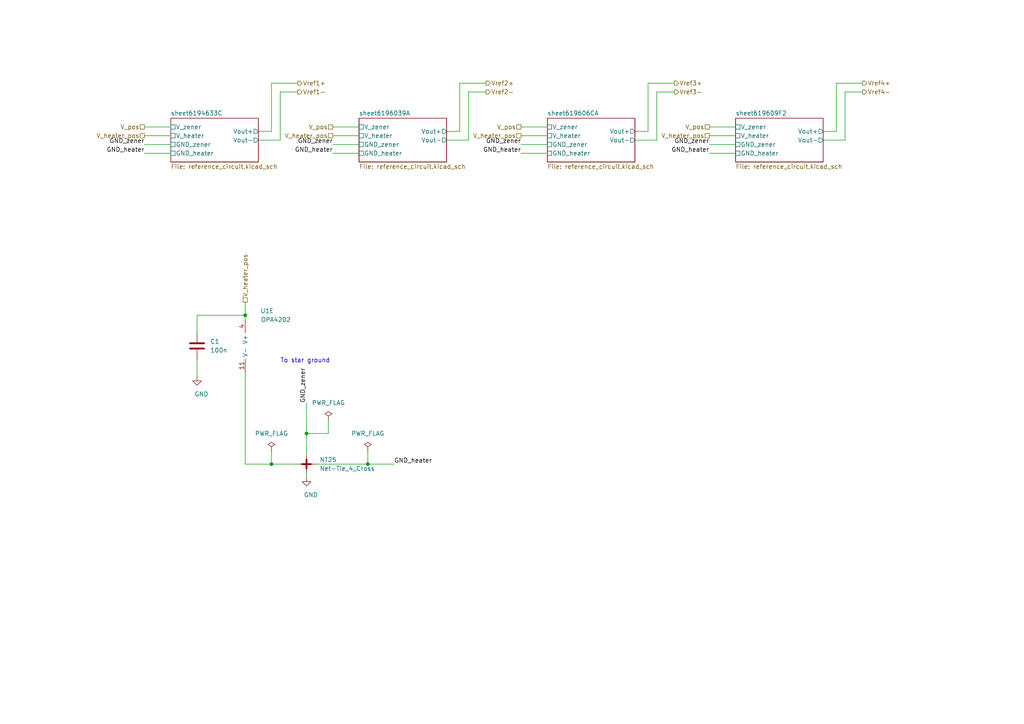
<source format=kicad_sch>
(kicad_sch (version 20231120) (generator "eeschema") (generator_version "8.0")
  (paper "A4")
  (title_block (title "LM399/ADR1399 Burnin Board") (date "2024-11-21") (rev "1.0.1") (company "TU Darmstadt, IAP, APQ") (comment 1 "Copyright (©) 2021, Patrick Baus <patrick.baus@physik.tu-darmstadt.de>") (comment 2 "Licensed under CERN OHL-W v2.0"))
  (lib_symbols
    (symbol "Amplifier_Operational:OPA4197xD"
      (property "Reference" "U" (at 0 3.81 0))
      (property "Value" "OPA4197xD" (at 0 -3.81 0))
      (symbol "OPA4197xD_1_1"
        (polyline (pts (xy -5.08 5.08) (xy 5.08 0) (xy -5.08 -5.08) (xy -5.08 5.08)) (stroke (width 0.254)) (fill (type background)))
        (pin output line (at 7.62 0 180) (length 2.54) (name "~") (number "1"))
        (pin input line (at -7.62 -2.54 0) (length 2.54) (name "-") (number "2"))
        (pin input line (at -7.62 2.54 0) (length 2.54) (name "+") (number "3"))
      )
      (symbol "OPA4197xD_2_1"
        (polyline (pts (xy -5.08 5.08) (xy 5.08 0) (xy -5.08 -5.08) (xy -5.08 5.08)) (stroke (width 0.254)) (fill (type background)))
        (pin input line (at -7.62 2.54 0) (length 2.54) (name "+") (number "5"))
        (pin input line (at -7.62 -2.54 0) (length 2.54) (name "-") (number "6"))
        (pin output line (at 7.62 0 180) (length 2.54) (name "~") (number "7"))
      )
      (symbol "OPA4197xD_3_1"
        (polyline (pts (xy -5.08 5.08) (xy 5.08 0) (xy -5.08 -5.08) (xy -5.08 5.08)) (stroke (width 0.254)) (fill (type background)))
        (pin input line (at -7.62 2.54 0) (length 2.54) (name "+") (number "10"))
        (pin output line (at 7.62 0 180) (length 2.54) (name "~") (number "8"))
        (pin input line (at -7.62 -2.54 0) (length 2.54) (name "-") (number "9"))
      )
      (symbol "OPA4197xD_4_1"
        (polyline (pts (xy -5.08 5.08) (xy 5.08 0) (xy -5.08 -5.08) (xy -5.08 5.08)) (stroke (width 0.254)) (fill (type background)))
        (pin input line (at -7.62 2.54 0) (length 2.54) (name "+") (number "12"))
        (pin input line (at -7.62 -2.54 0) (length 2.54) (name "-") (number "13"))
        (pin output line (at 7.62 0 180) (length 2.54) (name "~") (number "14"))
      )
      (symbol "OPA4197xD_5_1"
        (pin power_in line (at -2.54 -7.62 90) (length 3.81) (name "V-") (number "11"))
        (pin power_in line (at -2.54 7.62 270) (length 3.81) (name "V+") (number "4"))
      )
    )
    (symbol "Device:C" (pin_numbers hide) (pin_names (offset 0.254))
      (property "Reference" "C" (at 0.635 2.54 0))
      (property "Value" "C" (at 0.635 -2.54 0))
      (symbol "C_0_1"
        (polyline (pts (xy -2.032 -0.762) (xy 2.032 -0.762)) (stroke (width 0.508)))
        (polyline (pts (xy -2.032 0.762) (xy 2.032 0.762)) (stroke (width 0.508)))
      )
      (symbol "C_1_1"
        (pin passive line (at 0 3.81 270) (length 2.794) (name "~") (number "1"))
        (pin passive line (at 0 -3.81 90) (length 2.794) (name "~") (number "2"))
      )
    )
    (symbol "Device:NetTie_4_Cross" (pin_numbers hide) (pin_names (offset 0) hide) (in_bom no)
      (property "Reference" "NT" (at 0.635 1.27 0))
      (property "Value" "NetTie_4_Cross" (at 0.635 -1.27 0))
      (symbol "NetTie_4_Cross_0_1"
        (polyline (pts (xy -1.27 0) (xy 1.27 0)) (stroke (width 0.508)))
        (polyline (pts (xy 0 -1.27) (xy 0 1.27)) (stroke (width 0.508)))
      )
      (symbol "NetTie_4_Cross_1_1"
        (pin passive line (at -2.54 0 0) (length 2.54) (name "1") (number "1"))
        (pin passive line (at 2.54 0 180) (length 2.54) (name "2") (number "2"))
        (pin passive line (at 0 2.54 270) (length 2.54) (name "3") (number "3"))
        (pin passive line (at 0 -2.54 90) (length 2.54) (name "4") (number "4"))
      )
    )
    (symbol "power:GND" (power) (pin_names (offset 0))
      (property "Value" "GND" (at 0 -3.81 0))
      (symbol "GND_0_1"
        (polyline (pts (xy 0 0) (xy 0 -1.27) (xy 1.27 -1.27) (xy 0 -2.54) (xy -1.27 -1.27) (xy 0 -1.27)))
      )
      (symbol "GND_1_1"
        (pin power_in line (at 0 0 270) (length 0) hide (name "GND") (number "1"))
      )
    )
    (symbol "power:PWR_FLAG" (power) (pin_numbers hide) (pin_names (offset 0) hide)
      (property "Value" "PWR_FLAG" (at 0 3.81 0))
      (symbol "PWR_FLAG_0_0"
        (pin power_out line (at 0 0 90) (length 0) (name "pwr") (number "1"))
      )
      (symbol "PWR_FLAG_0_1"
        (polyline (pts (xy 0 0) (xy 0 1.27) (xy -1.016 1.905) (xy 0 2.54) (xy 1.016 1.905) (xy 0 1.27)))
      )
    )
  )
  (junction (at 78.74 134.62))
  (junction (at 106.68 134.62))
  (junction (at 88.9 125.73))
  (junction (at 71.12 91.44))
  (wire (pts (xy 81.28 26.67) (xy 86.36 26.67)))
  (wire (pts (xy 57.15 96.52) (xy 57.15 91.44)))
  (wire (pts (xy 57.15 91.44) (xy 71.12 91.44)))
  (wire (pts (xy 71.12 107.95) (xy 71.12 134.62)))
  (wire (pts (xy 104.14 44.45) (xy 96.52 44.45)))
  (wire (pts (xy 184.15 38.1) (xy 187.96 38.1)))
  (wire (pts (xy 151.13 36.83) (xy 158.75 36.83)))
  (wire (pts (xy 49.53 39.37) (xy 41.91 39.37)))
  (wire (pts (xy 71.12 134.62) (xy 78.74 134.62)))
  (wire (pts (xy 213.36 41.91) (xy 205.74 41.91)))
  (wire (pts (xy 187.96 38.1) (xy 187.96 24.13)))
  (wire (pts (xy 49.53 44.45) (xy 41.91 44.45)))
  (wire (pts (xy 238.76 40.64) (xy 245.11 40.64)))
  (wire (pts (xy 245.11 26.67) (xy 250.19 26.67)))
  (wire (pts (xy 41.91 36.83) (xy 49.53 36.83)))
  (wire (pts (xy 95.25 125.73) (xy 88.9 125.73)))
  (wire (pts (xy 78.74 24.13) (xy 86.36 24.13)))
  (wire (pts (xy 88.9 132.08) (xy 88.9 125.73)))
  (wire (pts (xy 96.52 36.83) (xy 104.14 36.83)))
  (wire (pts (xy 190.5 40.64) (xy 190.5 26.67)))
  (wire (pts (xy 190.5 26.67) (xy 195.58 26.67)))
  (wire (pts (xy 129.54 38.1) (xy 133.35 38.1)))
  (wire (pts (xy 205.74 36.83) (xy 213.36 36.83)))
  (wire (pts (xy 184.15 40.64) (xy 190.5 40.64)))
  (wire (pts (xy 78.74 130.81) (xy 78.74 134.62)))
  (wire (pts (xy 158.75 41.91) (xy 151.13 41.91)))
  (wire (pts (xy 78.74 134.62) (xy 86.36 134.62)))
  (wire (pts (xy 242.57 24.13) (xy 250.19 24.13)))
  (wire (pts (xy 213.36 39.37) (xy 205.74 39.37)))
  (wire (pts (xy 74.93 40.64) (xy 81.28 40.64)))
  (wire (pts (xy 104.14 39.37) (xy 96.52 39.37)))
  (wire (pts (xy 135.89 40.64) (xy 135.89 26.67)))
  (wire (pts (xy 135.89 26.67) (xy 140.97 26.67)))
  (wire (pts (xy 104.14 41.91) (xy 96.52 41.91)))
  (wire (pts (xy 245.11 40.64) (xy 245.11 26.67)))
  (wire (pts (xy 81.28 40.64) (xy 81.28 26.67)))
  (wire (pts (xy 71.12 87.63) (xy 71.12 91.44)))
  (wire (pts (xy 158.75 44.45) (xy 151.13 44.45)))
  (wire (pts (xy 106.68 130.81) (xy 106.68 134.62)))
  (wire (pts (xy 213.36 44.45) (xy 205.74 44.45)))
  (wire (pts (xy 106.68 134.62) (xy 114.3 134.62)))
  (wire (pts (xy 187.96 24.13) (xy 195.58 24.13)))
  (wire (pts (xy 158.75 39.37) (xy 151.13 39.37)))
  (wire (pts (xy 88.9 137.16) (xy 88.9 138.43)))
  (wire (pts (xy 49.53 41.91) (xy 41.91 41.91)))
  (wire (pts (xy 88.9 125.73) (xy 88.9 116.84)))
  (wire (pts (xy 133.35 24.13) (xy 140.97 24.13)))
  (wire (pts (xy 133.35 38.1) (xy 133.35 24.13)))
  (wire (pts (xy 238.76 38.1) (xy 242.57 38.1)))
  (wire (pts (xy 57.15 104.14) (xy 57.15 109.22)))
  (wire (pts (xy 71.12 91.44) (xy 71.12 92.71)))
  (wire (pts (xy 78.74 38.1) (xy 78.74 24.13)))
  (wire (pts (xy 74.93 38.1) (xy 78.74 38.1)))
  (wire (pts (xy 129.54 40.64) (xy 135.89 40.64)))
  (wire (pts (xy 242.57 38.1) (xy 242.57 24.13)))
  (wire (pts (xy 95.25 121.92) (xy 95.25 125.73)))
  (wire (pts (xy 91.44 134.62) (xy 106.68 134.62)))
  (text "To star ground" (at 81.28 105.41 0) (effects (font (size 1.27 1.27)) (justify left bottom)))
  (label "GND_zener" (at 205.74 41.91 180))
  (label "GND_zener" (at 41.91 41.91 180))
  (label "GND_zener" (at 96.52 41.91 180))
  (label "GND_zener" (at 88.9 116.84 90))
  (label "GND_heater" (at 205.74 44.45 180))
  (label "GND_heater" (at 151.13 44.45 180))
  (label "GND_heater" (at 96.52 44.45 180))
  (label "GND_zener" (at 151.13 41.91 180))
  (label "GND_heater" (at 114.3 134.62 0))
  (label "GND_heater" (at 41.91 44.45 180))
  (hierarchical_label "Vref4-" (shape output) (at 250.19 26.67 0))
  (hierarchical_label "Vref3-" (shape output) (at 195.58 26.67 0))
  (hierarchical_label "V_heater_pos" (shape passive) (at 96.52 39.37 180))
  (hierarchical_label "V_pos" (shape passive) (at 205.74 36.83 180))
  (hierarchical_label "Vref1-" (shape output) (at 86.36 26.67 0))
  (hierarchical_label "Vref2-" (shape output) (at 140.97 26.67 0))
  (hierarchical_label "V_pos" (shape passive) (at 96.52 36.83 180))
  (hierarchical_label "Vref4+" (shape output) (at 250.19 24.13 0))
  (hierarchical_label "V_pos" (shape passive) (at 151.13 36.83 180))
  (hierarchical_label "V_heater_pos" (shape passive) (at 71.12 87.63 90))
  (hierarchical_label "Vref3+" (shape output) (at 195.58 24.13 0))
  (hierarchical_label "V_heater_pos" (shape passive) (at 151.13 39.37 180))
  (hierarchical_label "Vref2+" (shape output) (at 140.97 24.13 0))
  (hierarchical_label "V_heater_pos" (shape passive) (at 41.91 39.37 180))
  (hierarchical_label "Vref1+" (shape output) (at 86.36 24.13 0))
  (hierarchical_label "V_heater_pos" (shape passive) (at 205.74 39.37 180))
  (hierarchical_label "V_pos" (shape passive) (at 41.91 36.83 180))
  (symbol (lib_id "Amplifier_Operational:OPA4197xD") (at 73.66 100.33 0) (unit 5)
    (property "Reference" "U1" (at 77.47 90.17 0))
    (property "Value" "OPA4202" (at 80.01 92.71 0))
    (property "Footprint" "Package_SO:SOIC-14_3.9x8.7mm_P1.27mm" (effects (hide yes)))
    (property "Datasheet" "http://www.ti.com/lit/ds/symlink/opa4197.pdf" (effects (hide yes)))
    (property "MFN" "Texas Instruments" (effects (hide yes)))
    (property "PN" "OPA4202ID" (effects (hide yes)))
    (instances (project "lm399_burnin_board" (path "" (reference "U1") (unit 5)) (path "" (reference "U6") (unit 5)) (path "" (reference "U11") (unit 5)) (path "" (reference "U16") (unit 5)) (path "" (reference "U21") (unit 5))))
  )
  (symbol (lib_id "Device:C") (at 57.15 100.33 0) (unit 1)
    (property "Reference" "C1" (at 60.96 99.06 0) (effects (justify left)))
    (property "Value" "100n" (at 60.96 101.6 0) (effects (justify left)))
    (property "Footprint" "Capacitor_SMD:C_0603_1608Metric" (effects (hide yes)))
    (property "MFN" "Kemet" (effects (hide yes)))
    (property "PN" "C0603C104K5RACAUTO" (effects (hide yes)))
    (instances (project "main" (path "" (reference "C1") (unit 1)) (path "" (reference "C22") (unit 1)) (path "" (reference "C43") (unit 1)) (path "" (reference "C64") (unit 1)) (path "" (reference "C85") (unit 1))))
  )
  (symbol (lib_id "power:GND") (at 57.15 109.22 0) (unit 1)
    (property "Reference" "#PWR01" (effects (hide yes)))
    (property "Value" "GND" (at 58.42 114.3 0))
    (instances (project "main" (path "" (reference "#PWR01") (unit 1)) (path "" (reference "#PWR015") (unit 1)) (path "" (reference "#PWR029") (unit 1)) (path "" (reference "#PWR043") (unit 1)) (path "" (reference "#PWR057") (unit 1))))
  )
  (symbol (lib_id "Device:NetTie_4_Cross") (at 88.9 134.62 0) (unit 1) (in_bom no)
    (property "Reference" "NT25" (at 92.71 133.35 0) (effects (justify left)))
    (property "Value" "Net-Tie_4_Cross" (at 92.71 135.89 0) (effects (justify left)))
    (property "Footprint" "NetTie:NetTie-4_SMD_Pad0.5mm" (effects (hide yes)))
    (instances (project "main" (path "" (reference "NT25") (unit 1)) (path "" (reference "NT24") (unit 1)) (path "" (reference "NT21") (unit 1)) (path "" (reference "NT22") (unit 1)) (path "" (reference "NT23") (unit 1))))
  )
  (symbol (lib_id "power:GND") (at 88.9 138.43 0) (unit 1)
    (property "Reference" "#PWR0109" (effects (hide yes)))
    (property "Value" "GND" (at 90.17 143.51 0))
    (instances (project "main" (path "" (reference "#PWR0109") (unit 1)) (path "" (reference "#PWR0108") (unit 1)) (path "" (reference "#PWR0105") (unit 1)) (path "" (reference "#PWR0106") (unit 1)) (path "" (reference "#PWR0107") (unit 1))))
  )
  (symbol (lib_id "power:PWR_FLAG") (at 78.74 130.81 0) (unit 1)
    (property "Reference" "#FLG0107" (effects (hide yes)))
    (property "Value" "PWR_FLAG" (at 78.74 125.73 0))
    (instances (project "main" (path "" (reference "#FLG0107") (unit 1)) (path "" (reference "#FLG0106") (unit 1)) (path "" (reference "#FLG0103") (unit 1)) (path "" (reference "#FLG0104") (unit 1)) (path "" (reference "#FLG0105") (unit 1))))
  )
  (symbol (lib_id "power:PWR_FLAG") (at 106.68 130.81 0) (unit 1)
    (property "Reference" "#FLG0117" (effects (hide yes)))
    (property "Value" "PWR_FLAG" (at 106.68 125.73 0))
    (instances (project "main" (path "" (reference "#FLG0117") (unit 1)) (path "" (reference "#FLG0115") (unit 1)) (path "" (reference "#FLG0109") (unit 1)) (path "" (reference "#FLG0111") (unit 1)) (path "" (reference "#FLG0113") (unit 1))))
  )
  (symbol (lib_id "power:PWR_FLAG") (at 95.25 121.92 0) (unit 1)
    (property "Reference" "#FLG0118" (effects (hide yes)))
    (property "Value" "PWR_FLAG" (at 95.25 116.84 0))
    (instances (project "main" (path "" (reference "#FLG0118") (unit 1)) (path "" (reference "#FLG0116") (unit 1)) (path "" (reference "#FLG0110") (unit 1)) (path "" (reference "#FLG0112") (unit 1)) (path "" (reference "#FLG0114") (unit 1))))
  )
  (sheet (at 49.53 34.29) (size 25.4 12.7)
    (property "Sheetname" "sheet6194633C" (at 49.53 33.5784 0) (effects (justify left bottom)))
    (property "Sheetfile" "reference_circuit.kicad_sch" (at 49.53 47.5746 0) (effects (justify left top)))
    (pin "Vout+" output (at 74.93 38.1 0))
    (pin "Vout-" output (at 74.93 40.64 0))
    (pin "GND_heater" passive (at 49.53 44.45 180))
    (pin "GND_zener" passive (at 49.53 41.91 180))
    (pin "V_heater" passive (at 49.53 39.37 180))
    (pin "V_zener" passive (at 49.53 36.83 180))
  )
  (sheet (at 104.14 34.29) (size 25.4 12.7)
    (property "Sheetname" "sheet6196039A" (at 104.14 33.5784 0) (effects (justify left bottom)))
    (property "Sheetfile" "reference_circuit.kicad_sch" (at 104.14 47.5746 0) (effects (justify left top)))
    (pin "Vout+" output (at 129.54 38.1 0))
    (pin "Vout-" output (at 129.54 40.64 0))
    (pin "GND_heater" passive (at 104.14 44.45 180))
    (pin "V_heater" passive (at 104.14 39.37 180))
    (pin "V_zener" passive (at 104.14 36.83 180))
    (pin "GND_zener" passive (at 104.14 41.91 180))
  )
  (sheet (at 158.75 34.29) (size 25.4 12.7)
    (property "Sheetname" "sheet619606CA" (at 158.75 33.5784 0) (effects (justify left bottom)))
    (property "Sheetfile" "reference_circuit.kicad_sch" (at 158.75 47.5746 0) (effects (justify left top)))
    (pin "Vout+" output (at 184.15 38.1 0))
    (pin "Vout-" output (at 184.15 40.64 0))
    (pin "V_heater" passive (at 158.75 39.37 180))
    (pin "V_zener" passive (at 158.75 36.83 180))
    (pin "GND_heater" passive (at 158.75 44.45 180))
    (pin "GND_zener" passive (at 158.75 41.91 180))
  )
  (sheet (at 213.36 34.29) (size 25.4 12.7)
    (property "Sheetname" "sheet619609F2" (at 213.36 33.5784 0) (effects (justify left bottom)))
    (property "Sheetfile" "reference_circuit.kicad_sch" (at 213.36 47.5746 0) (effects (justify left top)))
    (pin "Vout+" output (at 238.76 38.1 0))
    (pin "Vout-" output (at 238.76 40.64 0))
    (pin "V_heater" passive (at 213.36 39.37 180))
    (pin "V_zener" passive (at 213.36 36.83 180))
    (pin "GND_heater" passive (at 213.36 44.45 180))
    (pin "GND_zener" passive (at 213.36 41.91 180))
  )
)
</source>
